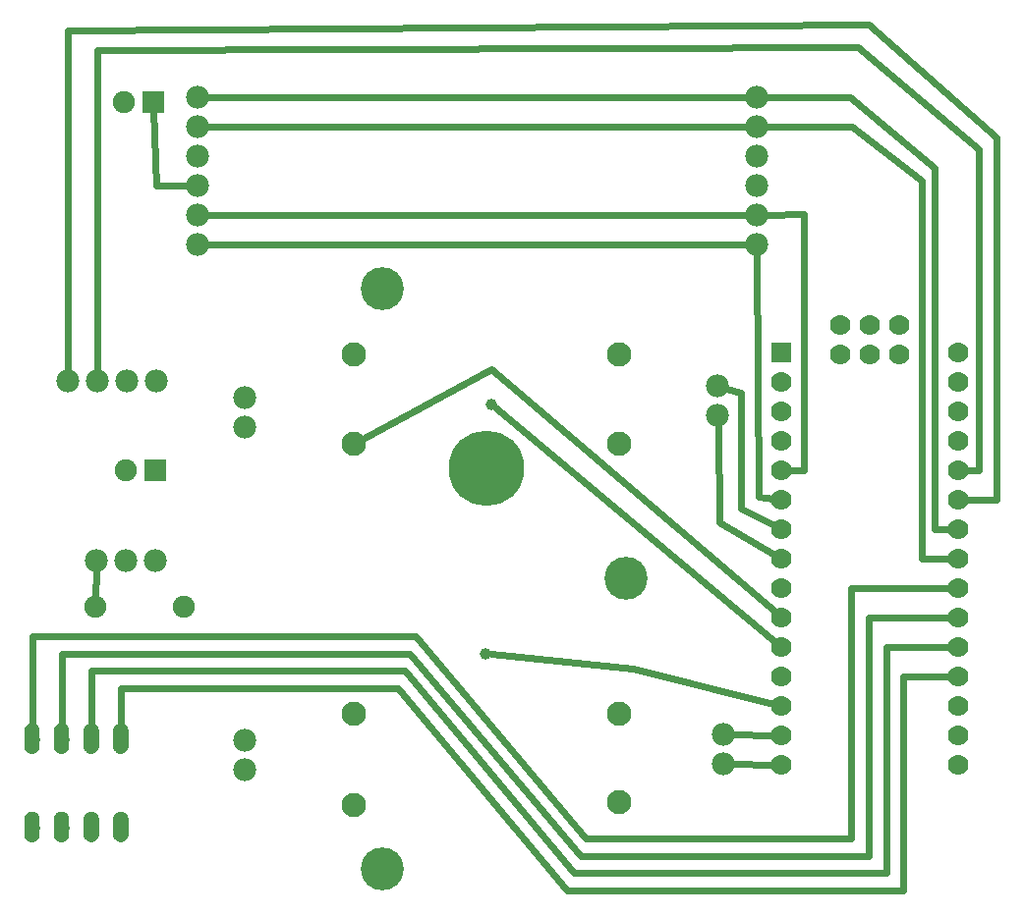
<source format=gtl>
G04 MADE WITH FRITZING*
G04 WWW.FRITZING.ORG*
G04 DOUBLE SIDED*
G04 HOLES PLATED*
G04 CONTOUR ON CENTER OF CONTOUR VECTOR*
%ASAXBY*%
%FSLAX23Y23*%
%MOIN*%
%OFA0B0*%
%SFA1.0B1.0*%
%ADD10C,0.075000*%
%ADD11C,0.039370*%
%ADD12C,0.052000*%
%ADD13C,0.082677*%
%ADD14C,0.255905*%
%ADD15C,0.145669*%
%ADD16C,0.070000*%
%ADD17C,0.078000*%
%ADD18R,0.075000X0.075000*%
%ADD19R,0.069958X0.070000*%
%ADD20C,0.024000*%
%ADD21R,0.001000X0.001000*%
%LNCOPPER1*%
G90*
G70*
G54D10*
X641Y2877D03*
X541Y2877D03*
G54D11*
X1768Y1005D03*
X1787Y1851D03*
G54D12*
X431Y415D03*
X531Y415D03*
X531Y715D03*
X431Y715D03*
X431Y415D03*
X531Y415D03*
X531Y715D03*
X431Y715D03*
X230Y415D03*
X330Y415D03*
X330Y715D03*
X230Y715D03*
X230Y415D03*
X330Y415D03*
X330Y715D03*
X230Y715D03*
G54D10*
X744Y1163D03*
X444Y1163D03*
G54D13*
X2222Y2020D03*
X2222Y1717D03*
X1322Y1717D03*
X1322Y2020D03*
X1322Y491D03*
X1322Y802D03*
X2222Y802D03*
X2222Y499D03*
G54D14*
X1772Y1633D03*
G54D15*
X1418Y2244D03*
X2244Y1259D03*
X1418Y275D03*
G54D16*
X2772Y2027D03*
X2772Y1927D03*
X2772Y1827D03*
X2772Y1727D03*
X2772Y1627D03*
X2772Y1527D03*
X2772Y1427D03*
X2772Y1327D03*
X2772Y1227D03*
X2772Y1127D03*
X2772Y1027D03*
X2772Y927D03*
X2772Y827D03*
X2772Y727D03*
X2772Y627D03*
X3372Y2027D03*
X3372Y1927D03*
X3372Y1827D03*
X3372Y1727D03*
X3372Y1627D03*
X3372Y1527D03*
X3372Y1427D03*
X3372Y1327D03*
X3372Y1227D03*
X3372Y1127D03*
X3372Y1027D03*
X3372Y927D03*
X3372Y827D03*
X3372Y727D03*
X3372Y627D03*
X2972Y2122D03*
X2972Y2022D03*
X3072Y2122D03*
X3072Y2022D03*
X3172Y2122D03*
X3172Y2022D03*
G54D17*
X791Y2895D03*
X791Y2795D03*
X791Y2695D03*
X791Y2595D03*
X791Y2495D03*
X791Y2395D03*
X2689Y2895D03*
X2689Y2795D03*
X2689Y2695D03*
X2689Y2595D03*
X2689Y2495D03*
X2689Y2395D03*
X2573Y632D03*
X2573Y732D03*
X952Y710D03*
X952Y610D03*
X952Y1873D03*
X952Y1773D03*
X2555Y1813D03*
X2555Y1913D03*
X351Y1931D03*
X451Y1931D03*
X551Y1931D03*
X651Y1931D03*
X449Y1321D03*
X549Y1321D03*
X649Y1321D03*
G54D10*
X646Y1627D03*
X546Y1627D03*
G54D18*
X641Y2877D03*
G54D19*
X2772Y2027D03*
G54D18*
X646Y1627D03*
G54D20*
X3292Y1427D02*
X3292Y2655D01*
D02*
X3010Y2795D02*
X3247Y2609D01*
D02*
X3292Y2655D02*
X3005Y2895D01*
D02*
X3343Y1427D02*
X3292Y1427D01*
D02*
X3005Y2895D02*
X2719Y2895D01*
D02*
X3247Y1327D02*
X3343Y1327D01*
D02*
X3247Y2609D02*
X3247Y1327D01*
D02*
X2719Y2795D02*
X3010Y2795D01*
D02*
X2750Y1045D02*
X1801Y1839D01*
D02*
X2269Y953D02*
X1787Y1003D01*
D02*
X2744Y834D02*
X2269Y953D01*
D02*
X2846Y2496D02*
X2719Y2495D01*
D02*
X2846Y1627D02*
X2846Y2495D01*
D02*
X2801Y1627D02*
X2846Y1627D01*
D02*
X448Y1291D02*
X445Y1192D01*
D02*
X1531Y1065D02*
X230Y1065D01*
D02*
X230Y1065D02*
X230Y742D01*
D02*
X431Y946D02*
X1493Y946D01*
D02*
X3066Y318D02*
X3066Y1127D01*
D02*
X3066Y1127D02*
X3343Y1127D01*
D02*
X2091Y318D02*
X3066Y318D01*
D02*
X1510Y1005D02*
X2091Y318D01*
D02*
X330Y742D02*
X330Y1005D01*
D02*
X330Y1005D02*
X1510Y1005D01*
D02*
X3007Y378D02*
X2108Y378D01*
D02*
X431Y742D02*
X431Y946D01*
D02*
X3007Y1227D02*
X3007Y378D01*
D02*
X2108Y378D02*
X1531Y1065D01*
D02*
X3343Y1227D02*
X3007Y1227D01*
D02*
X1472Y887D02*
X2044Y200D01*
D02*
X2044Y200D02*
X3185Y200D01*
D02*
X3185Y200D02*
X3185Y927D01*
D02*
X3185Y927D02*
X3343Y927D01*
D02*
X1493Y946D02*
X2066Y259D01*
D02*
X2066Y259D02*
X3126Y259D01*
D02*
X3126Y1027D02*
X3343Y1027D01*
D02*
X531Y742D02*
X531Y887D01*
D02*
X531Y887D02*
X1472Y887D01*
D02*
X3126Y259D02*
X3126Y1027D01*
D02*
X2693Y1536D02*
X2743Y1530D01*
D02*
X2689Y2365D02*
X2693Y1536D01*
D02*
X3442Y1627D02*
X3442Y2716D01*
D02*
X3401Y1627D02*
X3442Y1627D01*
D02*
X3030Y3064D02*
X451Y3053D01*
D02*
X3500Y1527D02*
X3500Y2758D01*
D02*
X3500Y2758D02*
X3068Y3139D01*
D02*
X3442Y2716D02*
X3030Y3064D01*
D02*
X3068Y3139D02*
X351Y3122D01*
D02*
X451Y3053D02*
X451Y1961D01*
D02*
X351Y3122D02*
X351Y1961D01*
D02*
X3401Y1527D02*
X3500Y1527D01*
D02*
X2603Y631D02*
X2743Y627D01*
D02*
X2603Y731D02*
X2743Y727D01*
D02*
X1787Y1972D02*
X2750Y1146D01*
D02*
X1351Y1733D02*
X1787Y1972D01*
D02*
X2635Y1497D02*
X2635Y1892D01*
D02*
X2560Y1450D02*
X2556Y1783D01*
D02*
X2747Y1341D02*
X2560Y1450D01*
D02*
X2658Y2795D02*
X821Y2795D01*
D02*
X2658Y2895D02*
X821Y2895D01*
D02*
X2635Y1892D02*
X2585Y1905D01*
D02*
X2746Y1440D02*
X2635Y1497D01*
D02*
X821Y2395D02*
X2658Y2395D01*
D02*
X2658Y2495D02*
X821Y2495D01*
D02*
X761Y2595D02*
X652Y2593D01*
D02*
X652Y2593D02*
X642Y2849D01*
G54D21*
X225Y768D02*
X234Y768D01*
X325Y768D02*
X334Y768D01*
X426Y768D02*
X435Y768D01*
X526Y768D02*
X535Y768D01*
X221Y767D02*
X237Y767D01*
X321Y767D02*
X337Y767D01*
X422Y767D02*
X439Y767D01*
X522Y767D02*
X539Y767D01*
X219Y766D02*
X240Y766D01*
X319Y766D02*
X340Y766D01*
X420Y766D02*
X441Y766D01*
X520Y766D02*
X541Y766D01*
X217Y765D02*
X241Y765D01*
X317Y765D02*
X341Y765D01*
X418Y765D02*
X443Y765D01*
X518Y765D02*
X543Y765D01*
X215Y764D02*
X243Y764D01*
X315Y764D02*
X343Y764D01*
X416Y764D02*
X445Y764D01*
X516Y764D02*
X545Y764D01*
X214Y763D02*
X244Y763D01*
X314Y763D02*
X344Y763D01*
X415Y763D02*
X446Y763D01*
X515Y763D02*
X546Y763D01*
X213Y762D02*
X246Y762D01*
X313Y762D02*
X346Y762D01*
X414Y762D02*
X447Y762D01*
X514Y762D02*
X547Y762D01*
X211Y761D02*
X247Y761D01*
X311Y761D02*
X347Y761D01*
X413Y761D02*
X448Y761D01*
X513Y761D02*
X548Y761D01*
X211Y760D02*
X248Y760D01*
X311Y760D02*
X348Y760D01*
X412Y760D02*
X449Y760D01*
X512Y760D02*
X549Y760D01*
X210Y759D02*
X249Y759D01*
X310Y759D02*
X349Y759D01*
X411Y759D02*
X450Y759D01*
X511Y759D02*
X550Y759D01*
X209Y758D02*
X249Y758D01*
X309Y758D02*
X349Y758D01*
X410Y758D02*
X451Y758D01*
X510Y758D02*
X551Y758D01*
X208Y757D02*
X250Y757D01*
X308Y757D02*
X350Y757D01*
X409Y757D02*
X451Y757D01*
X509Y757D02*
X551Y757D01*
X208Y756D02*
X251Y756D01*
X308Y756D02*
X351Y756D01*
X409Y756D02*
X452Y756D01*
X509Y756D02*
X552Y756D01*
X207Y755D02*
X251Y755D01*
X307Y755D02*
X351Y755D01*
X408Y755D02*
X453Y755D01*
X508Y755D02*
X553Y755D01*
X206Y754D02*
X252Y754D01*
X306Y754D02*
X352Y754D01*
X408Y754D02*
X453Y754D01*
X508Y754D02*
X553Y754D01*
X206Y753D02*
X252Y753D01*
X306Y753D02*
X352Y753D01*
X407Y753D02*
X454Y753D01*
X507Y753D02*
X554Y753D01*
X205Y752D02*
X253Y752D01*
X305Y752D02*
X353Y752D01*
X407Y752D02*
X454Y752D01*
X507Y752D02*
X554Y752D01*
X205Y751D02*
X253Y751D01*
X305Y751D02*
X353Y751D01*
X406Y751D02*
X454Y751D01*
X506Y751D02*
X554Y751D01*
X205Y750D02*
X254Y750D01*
X305Y750D02*
X354Y750D01*
X406Y750D02*
X455Y750D01*
X506Y750D02*
X555Y750D01*
X204Y749D02*
X254Y749D01*
X304Y749D02*
X354Y749D01*
X406Y749D02*
X455Y749D01*
X506Y749D02*
X555Y749D01*
X204Y748D02*
X254Y748D01*
X304Y748D02*
X354Y748D01*
X406Y748D02*
X455Y748D01*
X506Y748D02*
X555Y748D01*
X204Y747D02*
X254Y747D01*
X304Y747D02*
X354Y747D01*
X405Y747D02*
X456Y747D01*
X505Y747D02*
X556Y747D01*
X204Y746D02*
X254Y746D01*
X304Y746D02*
X354Y746D01*
X405Y746D02*
X456Y746D01*
X505Y746D02*
X556Y746D01*
X204Y745D02*
X255Y745D01*
X304Y745D02*
X355Y745D01*
X405Y745D02*
X456Y745D01*
X505Y745D02*
X556Y745D01*
X204Y744D02*
X255Y744D01*
X304Y744D02*
X355Y744D01*
X405Y744D02*
X456Y744D01*
X505Y744D02*
X556Y744D01*
X204Y743D02*
X255Y743D01*
X304Y743D02*
X355Y743D01*
X405Y743D02*
X456Y743D01*
X505Y743D02*
X556Y743D01*
X204Y742D02*
X255Y742D01*
X304Y742D02*
X355Y742D01*
X405Y742D02*
X456Y742D01*
X505Y742D02*
X556Y742D01*
X204Y741D02*
X255Y741D01*
X304Y741D02*
X355Y741D01*
X405Y741D02*
X456Y741D01*
X505Y741D02*
X556Y741D01*
X204Y740D02*
X255Y740D01*
X304Y740D02*
X355Y740D01*
X405Y740D02*
X456Y740D01*
X505Y740D02*
X556Y740D01*
X204Y739D02*
X255Y739D01*
X304Y739D02*
X355Y739D01*
X405Y739D02*
X456Y739D01*
X505Y739D02*
X556Y739D01*
X204Y738D02*
X255Y738D01*
X304Y738D02*
X355Y738D01*
X405Y738D02*
X456Y738D01*
X505Y738D02*
X556Y738D01*
X204Y737D02*
X255Y737D01*
X304Y737D02*
X355Y737D01*
X405Y737D02*
X456Y737D01*
X505Y737D02*
X556Y737D01*
X204Y736D02*
X255Y736D01*
X304Y736D02*
X355Y736D01*
X405Y736D02*
X456Y736D01*
X505Y736D02*
X556Y736D01*
X204Y735D02*
X255Y735D01*
X304Y735D02*
X355Y735D01*
X405Y735D02*
X456Y735D01*
X505Y735D02*
X556Y735D01*
X204Y734D02*
X255Y734D01*
X304Y734D02*
X355Y734D01*
X405Y734D02*
X456Y734D01*
X505Y734D02*
X556Y734D01*
X204Y733D02*
X255Y733D01*
X304Y733D02*
X355Y733D01*
X405Y733D02*
X456Y733D01*
X505Y733D02*
X556Y733D01*
X204Y732D02*
X225Y732D01*
X233Y732D02*
X255Y732D01*
X304Y732D02*
X325Y732D01*
X333Y732D02*
X355Y732D01*
X405Y732D02*
X426Y732D01*
X435Y732D02*
X456Y732D01*
X505Y732D02*
X526Y732D01*
X535Y732D02*
X556Y732D01*
X204Y731D02*
X222Y731D01*
X236Y731D02*
X255Y731D01*
X304Y731D02*
X322Y731D01*
X336Y731D02*
X355Y731D01*
X405Y731D02*
X423Y731D01*
X438Y731D02*
X456Y731D01*
X505Y731D02*
X523Y731D01*
X538Y731D02*
X556Y731D01*
X204Y730D02*
X220Y730D01*
X238Y730D02*
X255Y730D01*
X304Y730D02*
X320Y730D01*
X338Y730D02*
X355Y730D01*
X405Y730D02*
X421Y730D01*
X439Y730D02*
X456Y730D01*
X505Y730D02*
X521Y730D01*
X539Y730D02*
X556Y730D01*
X204Y729D02*
X219Y729D01*
X240Y729D02*
X255Y729D01*
X304Y729D02*
X319Y729D01*
X340Y729D02*
X355Y729D01*
X405Y729D02*
X420Y729D01*
X441Y729D02*
X456Y729D01*
X505Y729D02*
X520Y729D01*
X541Y729D02*
X556Y729D01*
X204Y728D02*
X218Y728D01*
X241Y728D02*
X255Y728D01*
X304Y728D02*
X318Y728D01*
X341Y728D02*
X355Y728D01*
X405Y728D02*
X419Y728D01*
X442Y728D02*
X456Y728D01*
X505Y728D02*
X519Y728D01*
X542Y728D02*
X556Y728D01*
X204Y727D02*
X217Y727D01*
X242Y727D02*
X255Y727D01*
X304Y727D02*
X317Y727D01*
X342Y727D02*
X355Y727D01*
X405Y727D02*
X418Y727D01*
X443Y727D02*
X456Y727D01*
X505Y727D02*
X518Y727D01*
X543Y727D02*
X556Y727D01*
X204Y726D02*
X216Y726D01*
X242Y726D02*
X255Y726D01*
X304Y726D02*
X316Y726D01*
X342Y726D02*
X355Y726D01*
X405Y726D02*
X417Y726D01*
X444Y726D02*
X456Y726D01*
X505Y726D02*
X517Y726D01*
X544Y726D02*
X556Y726D01*
X204Y725D02*
X215Y725D01*
X243Y725D02*
X255Y725D01*
X304Y725D02*
X315Y725D01*
X343Y725D02*
X355Y725D01*
X405Y725D02*
X416Y725D01*
X444Y725D02*
X456Y725D01*
X505Y725D02*
X516Y725D01*
X544Y725D02*
X556Y725D01*
X204Y724D02*
X215Y724D01*
X244Y724D02*
X255Y724D01*
X304Y724D02*
X315Y724D01*
X344Y724D02*
X355Y724D01*
X405Y724D02*
X416Y724D01*
X445Y724D02*
X456Y724D01*
X505Y724D02*
X516Y724D01*
X545Y724D02*
X556Y724D01*
X204Y723D02*
X214Y723D01*
X244Y723D02*
X255Y723D01*
X304Y723D02*
X314Y723D01*
X344Y723D02*
X355Y723D01*
X405Y723D02*
X415Y723D01*
X446Y723D02*
X456Y723D01*
X505Y723D02*
X515Y723D01*
X546Y723D02*
X556Y723D01*
X204Y722D02*
X214Y722D01*
X245Y722D02*
X255Y722D01*
X304Y722D02*
X314Y722D01*
X345Y722D02*
X355Y722D01*
X405Y722D02*
X415Y722D01*
X446Y722D02*
X456Y722D01*
X505Y722D02*
X515Y722D01*
X546Y722D02*
X556Y722D01*
X204Y721D02*
X213Y721D01*
X245Y721D02*
X255Y721D01*
X304Y721D02*
X313Y721D01*
X345Y721D02*
X355Y721D01*
X405Y721D02*
X415Y721D01*
X446Y721D02*
X456Y721D01*
X505Y721D02*
X515Y721D01*
X546Y721D02*
X556Y721D01*
X204Y720D02*
X213Y720D01*
X245Y720D02*
X255Y720D01*
X304Y720D02*
X313Y720D01*
X345Y720D02*
X355Y720D01*
X405Y720D02*
X414Y720D01*
X447Y720D02*
X456Y720D01*
X505Y720D02*
X514Y720D01*
X547Y720D02*
X556Y720D01*
X204Y719D02*
X213Y719D01*
X245Y719D02*
X255Y719D01*
X304Y719D02*
X313Y719D01*
X345Y719D02*
X355Y719D01*
X405Y719D02*
X414Y719D01*
X447Y719D02*
X456Y719D01*
X505Y719D02*
X514Y719D01*
X547Y719D02*
X556Y719D01*
X204Y718D02*
X213Y718D01*
X245Y718D02*
X255Y718D01*
X304Y718D02*
X313Y718D01*
X345Y718D02*
X355Y718D01*
X405Y718D02*
X414Y718D01*
X447Y718D02*
X456Y718D01*
X505Y718D02*
X514Y718D01*
X547Y718D02*
X556Y718D01*
X204Y717D02*
X213Y717D01*
X246Y717D02*
X255Y717D01*
X304Y717D02*
X313Y717D01*
X346Y717D02*
X355Y717D01*
X405Y717D02*
X414Y717D01*
X447Y717D02*
X456Y717D01*
X505Y717D02*
X514Y717D01*
X547Y717D02*
X556Y717D01*
X204Y716D02*
X213Y716D01*
X246Y716D02*
X255Y716D01*
X304Y716D02*
X313Y716D01*
X346Y716D02*
X355Y716D01*
X405Y716D02*
X414Y716D01*
X447Y716D02*
X456Y716D01*
X505Y716D02*
X514Y716D01*
X547Y716D02*
X556Y716D01*
X204Y715D02*
X213Y715D01*
X245Y715D02*
X255Y715D01*
X304Y715D02*
X313Y715D01*
X345Y715D02*
X355Y715D01*
X405Y715D02*
X414Y715D01*
X447Y715D02*
X456Y715D01*
X505Y715D02*
X514Y715D01*
X547Y715D02*
X556Y715D01*
X204Y714D02*
X213Y714D01*
X245Y714D02*
X255Y714D01*
X304Y714D02*
X313Y714D01*
X345Y714D02*
X355Y714D01*
X405Y714D02*
X414Y714D01*
X447Y714D02*
X456Y714D01*
X505Y714D02*
X514Y714D01*
X547Y714D02*
X556Y714D01*
X204Y713D02*
X213Y713D01*
X245Y713D02*
X255Y713D01*
X304Y713D02*
X313Y713D01*
X345Y713D02*
X355Y713D01*
X405Y713D02*
X414Y713D01*
X447Y713D02*
X456Y713D01*
X505Y713D02*
X514Y713D01*
X547Y713D02*
X556Y713D01*
X204Y712D02*
X213Y712D01*
X245Y712D02*
X255Y712D01*
X304Y712D02*
X313Y712D01*
X345Y712D02*
X355Y712D01*
X405Y712D02*
X415Y712D01*
X446Y712D02*
X456Y712D01*
X505Y712D02*
X515Y712D01*
X546Y712D02*
X556Y712D01*
X204Y711D02*
X214Y711D01*
X245Y711D02*
X255Y711D01*
X304Y711D02*
X314Y711D01*
X345Y711D02*
X355Y711D01*
X405Y711D02*
X415Y711D01*
X446Y711D02*
X456Y711D01*
X505Y711D02*
X515Y711D01*
X546Y711D02*
X556Y711D01*
X204Y710D02*
X214Y710D01*
X244Y710D02*
X255Y710D01*
X304Y710D02*
X314Y710D01*
X344Y710D02*
X355Y710D01*
X405Y710D02*
X415Y710D01*
X446Y710D02*
X456Y710D01*
X505Y710D02*
X515Y710D01*
X546Y710D02*
X556Y710D01*
X204Y709D02*
X215Y709D01*
X244Y709D02*
X255Y709D01*
X304Y709D02*
X315Y709D01*
X344Y709D02*
X355Y709D01*
X405Y709D02*
X416Y709D01*
X445Y709D02*
X456Y709D01*
X505Y709D02*
X516Y709D01*
X545Y709D02*
X556Y709D01*
X204Y708D02*
X215Y708D01*
X243Y708D02*
X255Y708D01*
X304Y708D02*
X315Y708D01*
X343Y708D02*
X355Y708D01*
X405Y708D02*
X416Y708D01*
X444Y708D02*
X456Y708D01*
X505Y708D02*
X516Y708D01*
X544Y708D02*
X556Y708D01*
X204Y707D02*
X216Y707D01*
X242Y707D02*
X255Y707D01*
X304Y707D02*
X316Y707D01*
X342Y707D02*
X355Y707D01*
X405Y707D02*
X417Y707D01*
X444Y707D02*
X456Y707D01*
X505Y707D02*
X517Y707D01*
X544Y707D02*
X556Y707D01*
X204Y706D02*
X217Y706D01*
X242Y706D02*
X255Y706D01*
X304Y706D02*
X317Y706D01*
X342Y706D02*
X355Y706D01*
X405Y706D02*
X418Y706D01*
X443Y706D02*
X456Y706D01*
X505Y706D02*
X518Y706D01*
X543Y706D02*
X556Y706D01*
X204Y705D02*
X218Y705D01*
X241Y705D02*
X255Y705D01*
X304Y705D02*
X318Y705D01*
X341Y705D02*
X355Y705D01*
X405Y705D02*
X419Y705D01*
X442Y705D02*
X456Y705D01*
X505Y705D02*
X519Y705D01*
X542Y705D02*
X556Y705D01*
X204Y704D02*
X219Y704D01*
X239Y704D02*
X255Y704D01*
X304Y704D02*
X319Y704D01*
X339Y704D02*
X355Y704D01*
X405Y704D02*
X420Y704D01*
X441Y704D02*
X456Y704D01*
X505Y704D02*
X520Y704D01*
X541Y704D02*
X556Y704D01*
X204Y703D02*
X220Y703D01*
X238Y703D02*
X255Y703D01*
X304Y703D02*
X320Y703D01*
X338Y703D02*
X355Y703D01*
X405Y703D02*
X421Y703D01*
X439Y703D02*
X456Y703D01*
X505Y703D02*
X521Y703D01*
X539Y703D02*
X556Y703D01*
X204Y702D02*
X222Y702D01*
X236Y702D02*
X255Y702D01*
X304Y702D02*
X322Y702D01*
X336Y702D02*
X355Y702D01*
X405Y702D02*
X423Y702D01*
X438Y702D02*
X456Y702D01*
X505Y702D02*
X523Y702D01*
X538Y702D02*
X556Y702D01*
X204Y701D02*
X225Y701D01*
X233Y701D02*
X255Y701D01*
X304Y701D02*
X325Y701D01*
X333Y701D02*
X355Y701D01*
X405Y701D02*
X426Y701D01*
X435Y701D02*
X456Y701D01*
X505Y701D02*
X526Y701D01*
X535Y701D02*
X556Y701D01*
X204Y700D02*
X255Y700D01*
X304Y700D02*
X355Y700D01*
X405Y700D02*
X456Y700D01*
X505Y700D02*
X556Y700D01*
X204Y699D02*
X255Y699D01*
X304Y699D02*
X355Y699D01*
X405Y699D02*
X456Y699D01*
X505Y699D02*
X556Y699D01*
X204Y698D02*
X255Y698D01*
X304Y698D02*
X355Y698D01*
X405Y698D02*
X456Y698D01*
X505Y698D02*
X556Y698D01*
X204Y697D02*
X255Y697D01*
X304Y697D02*
X355Y697D01*
X405Y697D02*
X456Y697D01*
X505Y697D02*
X556Y697D01*
X204Y696D02*
X255Y696D01*
X304Y696D02*
X355Y696D01*
X405Y696D02*
X456Y696D01*
X505Y696D02*
X556Y696D01*
X204Y695D02*
X255Y695D01*
X304Y695D02*
X355Y695D01*
X405Y695D02*
X456Y695D01*
X505Y695D02*
X556Y695D01*
X204Y694D02*
X255Y694D01*
X304Y694D02*
X355Y694D01*
X405Y694D02*
X456Y694D01*
X505Y694D02*
X556Y694D01*
X204Y693D02*
X255Y693D01*
X304Y693D02*
X355Y693D01*
X405Y693D02*
X456Y693D01*
X505Y693D02*
X556Y693D01*
X204Y692D02*
X255Y692D01*
X304Y692D02*
X355Y692D01*
X405Y692D02*
X456Y692D01*
X505Y692D02*
X556Y692D01*
X204Y691D02*
X255Y691D01*
X304Y691D02*
X355Y691D01*
X405Y691D02*
X456Y691D01*
X505Y691D02*
X556Y691D01*
X204Y690D02*
X255Y690D01*
X304Y690D02*
X355Y690D01*
X405Y690D02*
X456Y690D01*
X505Y690D02*
X556Y690D01*
X204Y689D02*
X255Y689D01*
X304Y689D02*
X355Y689D01*
X405Y689D02*
X456Y689D01*
X505Y689D02*
X556Y689D01*
X204Y688D02*
X255Y688D01*
X304Y688D02*
X355Y688D01*
X405Y688D02*
X456Y688D01*
X505Y688D02*
X556Y688D01*
X204Y687D02*
X254Y687D01*
X304Y687D02*
X354Y687D01*
X405Y687D02*
X456Y687D01*
X505Y687D02*
X556Y687D01*
X204Y686D02*
X254Y686D01*
X304Y686D02*
X354Y686D01*
X405Y686D02*
X456Y686D01*
X505Y686D02*
X556Y686D01*
X204Y685D02*
X254Y685D01*
X304Y685D02*
X354Y685D01*
X406Y685D02*
X455Y685D01*
X506Y685D02*
X555Y685D01*
X204Y684D02*
X254Y684D01*
X304Y684D02*
X354Y684D01*
X406Y684D02*
X455Y684D01*
X506Y684D02*
X555Y684D01*
X205Y683D02*
X254Y683D01*
X305Y683D02*
X354Y683D01*
X406Y683D02*
X455Y683D01*
X506Y683D02*
X555Y683D01*
X205Y682D02*
X253Y682D01*
X305Y682D02*
X353Y682D01*
X406Y682D02*
X454Y682D01*
X506Y682D02*
X554Y682D01*
X205Y681D02*
X253Y681D01*
X305Y681D02*
X353Y681D01*
X407Y681D02*
X454Y681D01*
X507Y681D02*
X554Y681D01*
X206Y680D02*
X252Y680D01*
X306Y680D02*
X352Y680D01*
X407Y680D02*
X454Y680D01*
X507Y680D02*
X554Y680D01*
X206Y679D02*
X252Y679D01*
X306Y679D02*
X352Y679D01*
X408Y679D02*
X453Y679D01*
X508Y679D02*
X553Y679D01*
X207Y678D02*
X251Y678D01*
X307Y678D02*
X351Y678D01*
X408Y678D02*
X453Y678D01*
X508Y678D02*
X553Y678D01*
X208Y677D02*
X251Y677D01*
X308Y677D02*
X351Y677D01*
X409Y677D02*
X452Y677D01*
X509Y677D02*
X552Y677D01*
X208Y676D02*
X250Y676D01*
X308Y676D02*
X350Y676D01*
X409Y676D02*
X451Y676D01*
X509Y676D02*
X551Y676D01*
X209Y675D02*
X249Y675D01*
X309Y675D02*
X349Y675D01*
X410Y675D02*
X451Y675D01*
X510Y675D02*
X551Y675D01*
X210Y674D02*
X249Y674D01*
X310Y674D02*
X349Y674D01*
X411Y674D02*
X450Y674D01*
X511Y674D02*
X550Y674D01*
X211Y673D02*
X248Y673D01*
X311Y673D02*
X348Y673D01*
X412Y673D02*
X449Y673D01*
X512Y673D02*
X549Y673D01*
X211Y672D02*
X247Y672D01*
X311Y672D02*
X347Y672D01*
X413Y672D02*
X448Y672D01*
X513Y672D02*
X548Y672D01*
X213Y671D02*
X246Y671D01*
X313Y671D02*
X346Y671D01*
X414Y671D02*
X447Y671D01*
X514Y671D02*
X547Y671D01*
X214Y670D02*
X244Y670D01*
X314Y670D02*
X344Y670D01*
X415Y670D02*
X446Y670D01*
X515Y670D02*
X546Y670D01*
X215Y669D02*
X243Y669D01*
X315Y669D02*
X343Y669D01*
X416Y669D02*
X444Y669D01*
X516Y669D02*
X544Y669D01*
X217Y668D02*
X241Y668D01*
X317Y668D02*
X341Y668D01*
X418Y668D02*
X443Y668D01*
X518Y668D02*
X543Y668D01*
X219Y667D02*
X240Y667D01*
X319Y667D02*
X340Y667D01*
X420Y667D02*
X441Y667D01*
X520Y667D02*
X541Y667D01*
X221Y666D02*
X237Y666D01*
X321Y666D02*
X337Y666D01*
X422Y666D02*
X438Y666D01*
X522Y666D02*
X538Y666D01*
X225Y665D02*
X233Y665D01*
X325Y665D02*
X333Y665D01*
X426Y665D02*
X435Y665D01*
X526Y665D02*
X535Y665D01*
X224Y468D02*
X234Y468D01*
X324Y468D02*
X334Y468D01*
X426Y468D02*
X435Y468D01*
X526Y468D02*
X535Y468D01*
X221Y467D02*
X237Y467D01*
X321Y467D02*
X337Y467D01*
X422Y467D02*
X439Y467D01*
X522Y467D02*
X539Y467D01*
X219Y466D02*
X240Y466D01*
X319Y466D02*
X340Y466D01*
X420Y466D02*
X441Y466D01*
X520Y466D02*
X541Y466D01*
X217Y465D02*
X242Y465D01*
X317Y465D02*
X342Y465D01*
X418Y465D02*
X443Y465D01*
X518Y465D02*
X543Y465D01*
X215Y464D02*
X243Y464D01*
X315Y464D02*
X343Y464D01*
X416Y464D02*
X445Y464D01*
X516Y464D02*
X545Y464D01*
X214Y463D02*
X245Y463D01*
X314Y463D02*
X345Y463D01*
X415Y463D02*
X446Y463D01*
X515Y463D02*
X546Y463D01*
X213Y462D02*
X246Y462D01*
X312Y462D02*
X346Y462D01*
X414Y462D02*
X447Y462D01*
X514Y462D02*
X547Y462D01*
X211Y461D02*
X247Y461D01*
X311Y461D02*
X347Y461D01*
X413Y461D02*
X448Y461D01*
X513Y461D02*
X548Y461D01*
X210Y460D02*
X248Y460D01*
X310Y460D02*
X348Y460D01*
X412Y460D02*
X449Y460D01*
X512Y460D02*
X549Y460D01*
X210Y459D02*
X249Y459D01*
X310Y459D02*
X349Y459D01*
X411Y459D02*
X450Y459D01*
X511Y459D02*
X550Y459D01*
X209Y458D02*
X249Y458D01*
X309Y458D02*
X349Y458D01*
X410Y458D02*
X451Y458D01*
X510Y458D02*
X551Y458D01*
X208Y457D02*
X250Y457D01*
X308Y457D02*
X350Y457D01*
X409Y457D02*
X452Y457D01*
X509Y457D02*
X552Y457D01*
X207Y456D02*
X251Y456D01*
X307Y456D02*
X351Y456D01*
X409Y456D02*
X452Y456D01*
X509Y456D02*
X552Y456D01*
X207Y455D02*
X251Y455D01*
X307Y455D02*
X351Y455D01*
X408Y455D02*
X453Y455D01*
X508Y455D02*
X553Y455D01*
X206Y454D02*
X252Y454D01*
X306Y454D02*
X352Y454D01*
X408Y454D02*
X453Y454D01*
X508Y454D02*
X553Y454D01*
X206Y453D02*
X252Y453D01*
X306Y453D02*
X352Y453D01*
X407Y453D02*
X454Y453D01*
X507Y453D02*
X554Y453D01*
X205Y452D02*
X253Y452D01*
X305Y452D02*
X353Y452D01*
X407Y452D02*
X454Y452D01*
X507Y452D02*
X554Y452D01*
X205Y451D02*
X253Y451D01*
X305Y451D02*
X353Y451D01*
X406Y451D02*
X455Y451D01*
X506Y451D02*
X555Y451D01*
X205Y450D02*
X254Y450D01*
X305Y450D02*
X354Y450D01*
X406Y450D02*
X455Y450D01*
X506Y450D02*
X555Y450D01*
X204Y449D02*
X254Y449D01*
X304Y449D02*
X354Y449D01*
X406Y449D02*
X455Y449D01*
X506Y449D02*
X555Y449D01*
X204Y448D02*
X254Y448D01*
X304Y448D02*
X354Y448D01*
X406Y448D02*
X455Y448D01*
X506Y448D02*
X555Y448D01*
X204Y447D02*
X254Y447D01*
X304Y447D02*
X354Y447D01*
X405Y447D02*
X456Y447D01*
X505Y447D02*
X556Y447D01*
X204Y446D02*
X254Y446D01*
X304Y446D02*
X354Y446D01*
X405Y446D02*
X456Y446D01*
X505Y446D02*
X556Y446D01*
X204Y445D02*
X255Y445D01*
X304Y445D02*
X355Y445D01*
X405Y445D02*
X456Y445D01*
X505Y445D02*
X556Y445D01*
X204Y444D02*
X255Y444D01*
X304Y444D02*
X355Y444D01*
X405Y444D02*
X456Y444D01*
X505Y444D02*
X556Y444D01*
X204Y443D02*
X255Y443D01*
X304Y443D02*
X355Y443D01*
X405Y443D02*
X456Y443D01*
X505Y443D02*
X556Y443D01*
X204Y442D02*
X255Y442D01*
X304Y442D02*
X355Y442D01*
X405Y442D02*
X456Y442D01*
X505Y442D02*
X556Y442D01*
X204Y441D02*
X255Y441D01*
X304Y441D02*
X355Y441D01*
X405Y441D02*
X456Y441D01*
X505Y441D02*
X556Y441D01*
X204Y440D02*
X255Y440D01*
X304Y440D02*
X355Y440D01*
X405Y440D02*
X456Y440D01*
X505Y440D02*
X556Y440D01*
X204Y439D02*
X255Y439D01*
X304Y439D02*
X355Y439D01*
X405Y439D02*
X456Y439D01*
X505Y439D02*
X556Y439D01*
X204Y438D02*
X255Y438D01*
X304Y438D02*
X355Y438D01*
X405Y438D02*
X456Y438D01*
X505Y438D02*
X556Y438D01*
X204Y437D02*
X255Y437D01*
X304Y437D02*
X355Y437D01*
X405Y437D02*
X456Y437D01*
X505Y437D02*
X556Y437D01*
X204Y436D02*
X255Y436D01*
X304Y436D02*
X355Y436D01*
X405Y436D02*
X456Y436D01*
X505Y436D02*
X556Y436D01*
X204Y435D02*
X255Y435D01*
X304Y435D02*
X355Y435D01*
X405Y435D02*
X456Y435D01*
X505Y435D02*
X556Y435D01*
X204Y434D02*
X255Y434D01*
X304Y434D02*
X355Y434D01*
X405Y434D02*
X456Y434D01*
X505Y434D02*
X556Y434D01*
X204Y433D02*
X255Y433D01*
X304Y433D02*
X355Y433D01*
X405Y433D02*
X456Y433D01*
X505Y433D02*
X556Y433D01*
X204Y432D02*
X225Y432D01*
X234Y432D02*
X255Y432D01*
X304Y432D02*
X325Y432D01*
X334Y432D02*
X355Y432D01*
X405Y432D02*
X426Y432D01*
X435Y432D02*
X456Y432D01*
X505Y432D02*
X526Y432D01*
X535Y432D02*
X556Y432D01*
X204Y431D02*
X222Y431D01*
X236Y431D02*
X255Y431D01*
X304Y431D02*
X322Y431D01*
X336Y431D02*
X355Y431D01*
X405Y431D02*
X423Y431D01*
X438Y431D02*
X456Y431D01*
X505Y431D02*
X523Y431D01*
X538Y431D02*
X556Y431D01*
X204Y430D02*
X220Y430D01*
X238Y430D02*
X255Y430D01*
X304Y430D02*
X320Y430D01*
X338Y430D02*
X355Y430D01*
X405Y430D02*
X421Y430D01*
X440Y430D02*
X456Y430D01*
X505Y430D02*
X521Y430D01*
X540Y430D02*
X556Y430D01*
X204Y429D02*
X219Y429D01*
X240Y429D02*
X255Y429D01*
X304Y429D02*
X319Y429D01*
X340Y429D02*
X355Y429D01*
X405Y429D02*
X420Y429D01*
X441Y429D02*
X456Y429D01*
X505Y429D02*
X520Y429D01*
X541Y429D02*
X556Y429D01*
X204Y428D02*
X217Y428D01*
X241Y428D02*
X255Y428D01*
X304Y428D02*
X317Y428D01*
X341Y428D02*
X355Y428D01*
X405Y428D02*
X419Y428D01*
X442Y428D02*
X456Y428D01*
X505Y428D02*
X519Y428D01*
X542Y428D02*
X556Y428D01*
X204Y427D02*
X217Y427D01*
X242Y427D02*
X255Y427D01*
X304Y427D02*
X317Y427D01*
X342Y427D02*
X355Y427D01*
X405Y427D02*
X418Y427D01*
X443Y427D02*
X456Y427D01*
X505Y427D02*
X518Y427D01*
X543Y427D02*
X556Y427D01*
X204Y426D02*
X216Y426D01*
X243Y426D02*
X255Y426D01*
X304Y426D02*
X316Y426D01*
X343Y426D02*
X355Y426D01*
X405Y426D02*
X417Y426D01*
X444Y426D02*
X456Y426D01*
X505Y426D02*
X517Y426D01*
X544Y426D02*
X556Y426D01*
X204Y425D02*
X215Y425D01*
X243Y425D02*
X255Y425D01*
X304Y425D02*
X315Y425D01*
X343Y425D02*
X355Y425D01*
X405Y425D02*
X416Y425D01*
X444Y425D02*
X456Y425D01*
X505Y425D02*
X516Y425D01*
X544Y425D02*
X556Y425D01*
X204Y424D02*
X215Y424D01*
X244Y424D02*
X255Y424D01*
X304Y424D02*
X315Y424D01*
X344Y424D02*
X355Y424D01*
X405Y424D02*
X416Y424D01*
X445Y424D02*
X456Y424D01*
X505Y424D02*
X516Y424D01*
X545Y424D02*
X556Y424D01*
X204Y423D02*
X214Y423D01*
X244Y423D02*
X255Y423D01*
X304Y423D02*
X314Y423D01*
X344Y423D02*
X355Y423D01*
X405Y423D02*
X415Y423D01*
X446Y423D02*
X456Y423D01*
X505Y423D02*
X515Y423D01*
X546Y423D02*
X556Y423D01*
X204Y422D02*
X214Y422D01*
X245Y422D02*
X255Y422D01*
X304Y422D02*
X314Y422D01*
X345Y422D02*
X355Y422D01*
X405Y422D02*
X415Y422D01*
X446Y422D02*
X456Y422D01*
X505Y422D02*
X515Y422D01*
X546Y422D02*
X556Y422D01*
X204Y421D02*
X213Y421D01*
X245Y421D02*
X255Y421D01*
X304Y421D02*
X313Y421D01*
X345Y421D02*
X355Y421D01*
X405Y421D02*
X415Y421D01*
X446Y421D02*
X456Y421D01*
X505Y421D02*
X515Y421D01*
X546Y421D02*
X556Y421D01*
X204Y420D02*
X213Y420D01*
X245Y420D02*
X255Y420D01*
X304Y420D02*
X313Y420D01*
X345Y420D02*
X355Y420D01*
X405Y420D02*
X414Y420D01*
X447Y420D02*
X456Y420D01*
X505Y420D02*
X514Y420D01*
X547Y420D02*
X556Y420D01*
X204Y419D02*
X213Y419D01*
X245Y419D02*
X255Y419D01*
X304Y419D02*
X313Y419D01*
X345Y419D02*
X355Y419D01*
X405Y419D02*
X414Y419D01*
X447Y419D02*
X456Y419D01*
X505Y419D02*
X514Y419D01*
X547Y419D02*
X556Y419D01*
X204Y418D02*
X213Y418D01*
X245Y418D02*
X255Y418D01*
X304Y418D02*
X313Y418D01*
X345Y418D02*
X355Y418D01*
X405Y418D02*
X414Y418D01*
X447Y418D02*
X456Y418D01*
X505Y418D02*
X514Y418D01*
X547Y418D02*
X556Y418D01*
X204Y417D02*
X213Y417D01*
X246Y417D02*
X255Y417D01*
X304Y417D02*
X313Y417D01*
X346Y417D02*
X355Y417D01*
X405Y417D02*
X414Y417D01*
X447Y417D02*
X456Y417D01*
X505Y417D02*
X514Y417D01*
X547Y417D02*
X556Y417D01*
X204Y416D02*
X213Y416D01*
X246Y416D02*
X255Y416D01*
X304Y416D02*
X313Y416D01*
X346Y416D02*
X355Y416D01*
X405Y416D02*
X414Y416D01*
X447Y416D02*
X456Y416D01*
X505Y416D02*
X514Y416D01*
X547Y416D02*
X556Y416D01*
X204Y415D02*
X213Y415D01*
X245Y415D02*
X255Y415D01*
X304Y415D02*
X313Y415D01*
X345Y415D02*
X355Y415D01*
X405Y415D02*
X414Y415D01*
X447Y415D02*
X456Y415D01*
X505Y415D02*
X514Y415D01*
X547Y415D02*
X556Y415D01*
X204Y414D02*
X213Y414D01*
X245Y414D02*
X255Y414D01*
X304Y414D02*
X313Y414D01*
X345Y414D02*
X355Y414D01*
X405Y414D02*
X414Y414D01*
X447Y414D02*
X456Y414D01*
X505Y414D02*
X514Y414D01*
X547Y414D02*
X556Y414D01*
X204Y413D02*
X213Y413D01*
X245Y413D02*
X255Y413D01*
X304Y413D02*
X313Y413D01*
X345Y413D02*
X355Y413D01*
X405Y413D02*
X414Y413D01*
X446Y413D02*
X456Y413D01*
X505Y413D02*
X514Y413D01*
X546Y413D02*
X556Y413D01*
X204Y412D02*
X213Y412D01*
X245Y412D02*
X255Y412D01*
X304Y412D02*
X313Y412D01*
X345Y412D02*
X355Y412D01*
X405Y412D02*
X415Y412D01*
X446Y412D02*
X456Y412D01*
X505Y412D02*
X515Y412D01*
X546Y412D02*
X556Y412D01*
X204Y411D02*
X214Y411D01*
X245Y411D02*
X255Y411D01*
X304Y411D02*
X314Y411D01*
X345Y411D02*
X355Y411D01*
X405Y411D02*
X415Y411D01*
X446Y411D02*
X456Y411D01*
X505Y411D02*
X515Y411D01*
X546Y411D02*
X556Y411D01*
X204Y410D02*
X214Y410D01*
X244Y410D02*
X255Y410D01*
X304Y410D02*
X314Y410D01*
X344Y410D02*
X355Y410D01*
X405Y410D02*
X415Y410D01*
X445Y410D02*
X456Y410D01*
X505Y410D02*
X515Y410D01*
X545Y410D02*
X556Y410D01*
X204Y409D02*
X215Y409D01*
X244Y409D02*
X255Y409D01*
X304Y409D02*
X315Y409D01*
X344Y409D02*
X355Y409D01*
X405Y409D02*
X416Y409D01*
X445Y409D02*
X456Y409D01*
X505Y409D02*
X516Y409D01*
X545Y409D02*
X556Y409D01*
X204Y408D02*
X215Y408D01*
X243Y408D02*
X255Y408D01*
X304Y408D02*
X315Y408D01*
X343Y408D02*
X355Y408D01*
X405Y408D02*
X416Y408D01*
X444Y408D02*
X456Y408D01*
X505Y408D02*
X516Y408D01*
X544Y408D02*
X556Y408D01*
X204Y407D02*
X216Y407D01*
X242Y407D02*
X255Y407D01*
X304Y407D02*
X316Y407D01*
X342Y407D02*
X355Y407D01*
X405Y407D02*
X417Y407D01*
X444Y407D02*
X456Y407D01*
X505Y407D02*
X517Y407D01*
X544Y407D02*
X556Y407D01*
X204Y406D02*
X217Y406D01*
X242Y406D02*
X255Y406D01*
X304Y406D02*
X317Y406D01*
X342Y406D02*
X355Y406D01*
X405Y406D02*
X418Y406D01*
X443Y406D02*
X456Y406D01*
X505Y406D02*
X518Y406D01*
X543Y406D02*
X556Y406D01*
X204Y405D02*
X218Y405D01*
X241Y405D02*
X255Y405D01*
X304Y405D02*
X318Y405D01*
X341Y405D02*
X355Y405D01*
X405Y405D02*
X419Y405D01*
X442Y405D02*
X456Y405D01*
X505Y405D02*
X519Y405D01*
X542Y405D02*
X556Y405D01*
X204Y404D02*
X219Y404D01*
X239Y404D02*
X255Y404D01*
X304Y404D02*
X319Y404D01*
X339Y404D02*
X355Y404D01*
X405Y404D02*
X420Y404D01*
X441Y404D02*
X456Y404D01*
X505Y404D02*
X520Y404D01*
X541Y404D02*
X556Y404D01*
X204Y403D02*
X220Y403D01*
X238Y403D02*
X255Y403D01*
X304Y403D02*
X320Y403D01*
X338Y403D02*
X355Y403D01*
X405Y403D02*
X422Y403D01*
X439Y403D02*
X456Y403D01*
X505Y403D02*
X522Y403D01*
X539Y403D02*
X556Y403D01*
X204Y402D02*
X222Y402D01*
X236Y402D02*
X255Y402D01*
X304Y402D02*
X322Y402D01*
X336Y402D02*
X355Y402D01*
X405Y402D02*
X423Y402D01*
X437Y402D02*
X456Y402D01*
X505Y402D02*
X523Y402D01*
X537Y402D02*
X556Y402D01*
X204Y401D02*
X225Y401D01*
X233Y401D02*
X255Y401D01*
X304Y401D02*
X325Y401D01*
X333Y401D02*
X355Y401D01*
X405Y401D02*
X427Y401D01*
X434Y401D02*
X456Y401D01*
X505Y401D02*
X526Y401D01*
X534Y401D02*
X556Y401D01*
X204Y400D02*
X255Y400D01*
X304Y400D02*
X355Y400D01*
X405Y400D02*
X456Y400D01*
X505Y400D02*
X556Y400D01*
X204Y399D02*
X255Y399D01*
X304Y399D02*
X355Y399D01*
X405Y399D02*
X456Y399D01*
X505Y399D02*
X556Y399D01*
X204Y398D02*
X255Y398D01*
X304Y398D02*
X355Y398D01*
X405Y398D02*
X456Y398D01*
X505Y398D02*
X556Y398D01*
X204Y397D02*
X255Y397D01*
X304Y397D02*
X355Y397D01*
X405Y397D02*
X456Y397D01*
X505Y397D02*
X556Y397D01*
X204Y396D02*
X255Y396D01*
X304Y396D02*
X355Y396D01*
X405Y396D02*
X456Y396D01*
X505Y396D02*
X556Y396D01*
X204Y395D02*
X255Y395D01*
X304Y395D02*
X355Y395D01*
X405Y395D02*
X456Y395D01*
X505Y395D02*
X556Y395D01*
X204Y394D02*
X255Y394D01*
X304Y394D02*
X355Y394D01*
X405Y394D02*
X456Y394D01*
X505Y394D02*
X556Y394D01*
X204Y393D02*
X255Y393D01*
X304Y393D02*
X355Y393D01*
X405Y393D02*
X456Y393D01*
X505Y393D02*
X556Y393D01*
X204Y392D02*
X255Y392D01*
X304Y392D02*
X355Y392D01*
X405Y392D02*
X456Y392D01*
X505Y392D02*
X556Y392D01*
X204Y391D02*
X255Y391D01*
X304Y391D02*
X355Y391D01*
X405Y391D02*
X456Y391D01*
X505Y391D02*
X556Y391D01*
X204Y390D02*
X255Y390D01*
X304Y390D02*
X355Y390D01*
X405Y390D02*
X456Y390D01*
X505Y390D02*
X556Y390D01*
X204Y389D02*
X255Y389D01*
X304Y389D02*
X355Y389D01*
X405Y389D02*
X456Y389D01*
X505Y389D02*
X556Y389D01*
X204Y388D02*
X255Y388D01*
X304Y388D02*
X354Y388D01*
X405Y388D02*
X456Y388D01*
X505Y388D02*
X556Y388D01*
X204Y387D02*
X254Y387D01*
X304Y387D02*
X354Y387D01*
X405Y387D02*
X456Y387D01*
X505Y387D02*
X556Y387D01*
X204Y386D02*
X254Y386D01*
X304Y386D02*
X354Y386D01*
X405Y386D02*
X456Y386D01*
X505Y386D02*
X556Y386D01*
X204Y385D02*
X254Y385D01*
X304Y385D02*
X354Y385D01*
X406Y385D02*
X455Y385D01*
X506Y385D02*
X555Y385D01*
X205Y384D02*
X254Y384D01*
X305Y384D02*
X354Y384D01*
X406Y384D02*
X455Y384D01*
X506Y384D02*
X555Y384D01*
X205Y383D02*
X254Y383D01*
X305Y383D02*
X354Y383D01*
X406Y383D02*
X455Y383D01*
X506Y383D02*
X555Y383D01*
X205Y382D02*
X253Y382D01*
X305Y382D02*
X353Y382D01*
X406Y382D02*
X454Y382D01*
X506Y382D02*
X554Y382D01*
X205Y381D02*
X253Y381D01*
X305Y381D02*
X353Y381D01*
X407Y381D02*
X454Y381D01*
X507Y381D02*
X554Y381D01*
X206Y380D02*
X252Y380D01*
X306Y380D02*
X352Y380D01*
X407Y380D02*
X454Y380D01*
X507Y380D02*
X554Y380D01*
X206Y379D02*
X252Y379D01*
X306Y379D02*
X352Y379D01*
X408Y379D02*
X453Y379D01*
X508Y379D02*
X553Y379D01*
X207Y378D02*
X251Y378D01*
X307Y378D02*
X351Y378D01*
X408Y378D02*
X453Y378D01*
X508Y378D02*
X553Y378D01*
X208Y377D02*
X251Y377D01*
X308Y377D02*
X351Y377D01*
X409Y377D02*
X452Y377D01*
X509Y377D02*
X552Y377D01*
X208Y376D02*
X250Y376D01*
X308Y376D02*
X350Y376D01*
X409Y376D02*
X451Y376D01*
X509Y376D02*
X551Y376D01*
X209Y375D02*
X249Y375D01*
X309Y375D02*
X349Y375D01*
X410Y375D02*
X451Y375D01*
X510Y375D02*
X551Y375D01*
X210Y374D02*
X249Y374D01*
X310Y374D02*
X348Y374D01*
X411Y374D02*
X450Y374D01*
X511Y374D02*
X550Y374D01*
X211Y373D02*
X248Y373D01*
X311Y373D02*
X348Y373D01*
X412Y373D02*
X449Y373D01*
X512Y373D02*
X549Y373D01*
X212Y372D02*
X247Y372D01*
X312Y372D02*
X347Y372D01*
X413Y372D02*
X448Y372D01*
X513Y372D02*
X548Y372D01*
X213Y371D02*
X246Y371D01*
X313Y371D02*
X346Y371D01*
X414Y371D02*
X447Y371D01*
X514Y371D02*
X547Y371D01*
X214Y370D02*
X244Y370D01*
X314Y370D02*
X344Y370D01*
X415Y370D02*
X446Y370D01*
X515Y370D02*
X546Y370D01*
X215Y369D02*
X243Y369D01*
X315Y369D02*
X343Y369D01*
X417Y369D02*
X444Y369D01*
X517Y369D02*
X544Y369D01*
X217Y368D02*
X241Y368D01*
X317Y368D02*
X341Y368D01*
X418Y368D02*
X443Y368D01*
X518Y368D02*
X543Y368D01*
X219Y367D02*
X239Y367D01*
X319Y367D02*
X339Y367D01*
X420Y367D02*
X441Y367D01*
X520Y367D02*
X541Y367D01*
X221Y366D02*
X237Y366D01*
X321Y366D02*
X337Y366D01*
X423Y366D02*
X438Y366D01*
X523Y366D02*
X538Y366D01*
X225Y365D02*
X233Y365D01*
X325Y365D02*
X333Y365D01*
X427Y365D02*
X434Y365D01*
X527Y365D02*
X534Y365D01*
D02*
G04 End of Copper1*
M02*
</source>
